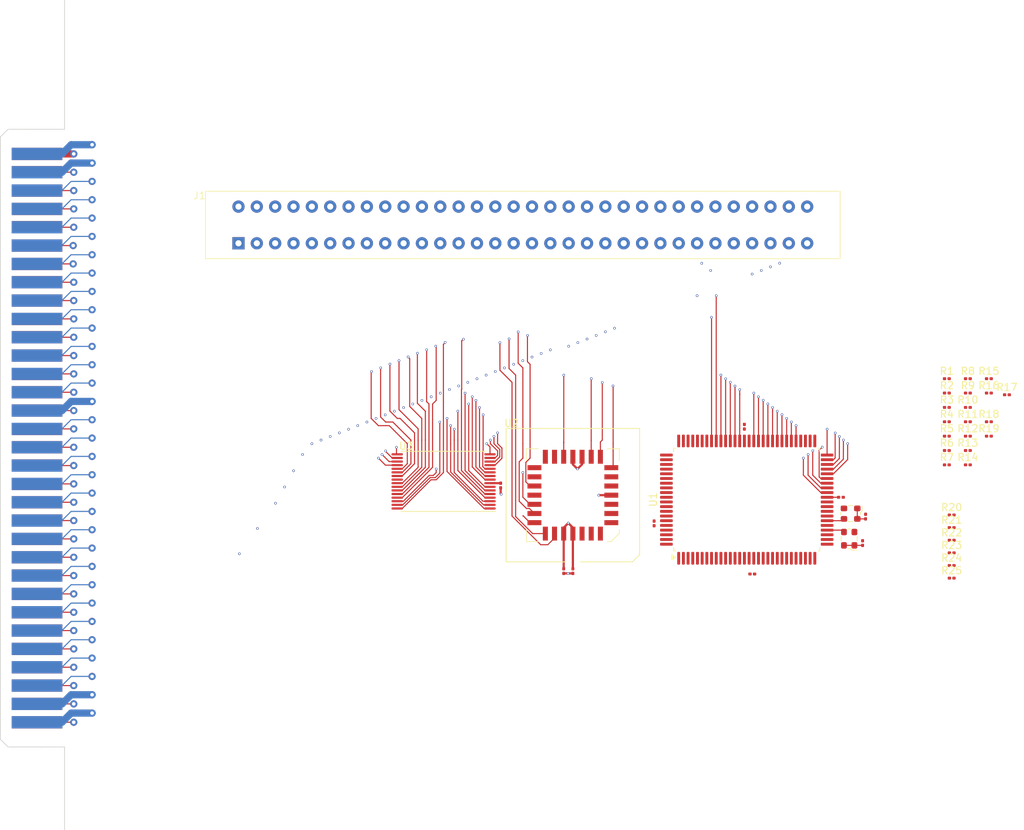
<source format=kicad_pcb>
(kicad_pcb (version 20240108) (generator "pcbnew") (generator_version "8.0")
  (layers (0 "F.Cu" signal "F.Cu (SMD)") (1 "In1.Cu" power "In1.Cu (GND)") (2 "In2.Cu" signal "In2.Cu (N-S)") (3 "In3.Cu" signal "In3.Cu. (E-W)") (4 "In4.Cu" power "In4.Cu (GND)") (31 "B.Cu" signal "B.Cu (MISC)") (34 "B.Paste" user) (35 "F.Paste" user) (36 "B.SilkS" user "B.Silkscreen") (37 "F.SilkS" user "F.Silkscreen") (38 "B.Mask" user) (39 "F.Mask" user) (44 "Edge.Cuts" user))
  (net 0 "")
  (net 1 "GND")
  (net 2 "+3.3V")
  (net 3 "/A1")
  (net 4 "/A3")
  (net 5 "/A5")
  (net 6 "/A7")
  (net 7 "/A9")
  (net 8 "/A11")
  (net 9 "/A13")
  (net 10 "/A15")
  (net 11 "/A17")
  (net 12 "/A19")
  (net 13 "/A21")
  (net 14 "/A23")
  (net 15 "/D1")
  (net 16 "/D3")
  (net 17 "/D5")
  (net 18 "/~{WR}")
  (net 19 "/~{RAM}1")
  (net 20 "/BE")
  (net 21 "/~{CS}7")
  (net 22 "/RUN")
  (net 23 "/~{IRQ}")
  (net 24 "/~{VIRQ}")
  (net 25 "/~{NMI}")
  (net 26 "/I2C_SCL")
  (net 27 "/I2C_SDA")
  (net 28 "/SNES_LATCH")
  (net 29 "/SNES_CLK")
  (net 30 "/PHI2")
  (net 31 "/~{RES}")
  (net 32 "/A0")
  (net 33 "/A2")
  (net 34 "/A4")
  (net 35 "/A6")
  (net 36 "/A8")
  (net 37 "/A10")
  (net 38 "/A12")
  (net 39 "/A14")
  (net 40 "/A16")
  (net 41 "/A18")
  (net 42 "/A20")
  (net 43 "/A22")
  (net 44 "/D0")
  (net 45 "/D2")
  (net 46 "/D4")
  (net 47 "/D6")
  (net 48 "/D7")
  (net 49 "/~{RD}")
  (net 50 "/~{ROM}1")
  (net 51 "/~{CS}6")
  (net 52 "/~{I{slash}O}1")
  (net 53 "/BA")
  (net 54 "/R{slash}~{W}")
  (net 55 "/~{I{slash}O}0")
  (net 56 "/SNES_DATA0")
  (net 57 "/SNES_DATA1")
  (net 58 "/SNES_DATA2")
  (net 59 "/SNES_DATA3")
  (net 61 "+5V")
  (net 62 "unconnected-(J2-Pin_b31-Padb31)")
  (net 63 "/~{CS}4")
  (net 64 "/~{CS}5")
  (net 65 "/~{FPGA_RESET}")
  (net 66 "/CDONE")
  (net 67 "/~{BOOT_SEL}")
  (net 68 "/FPGA_MISO")
  (net 69 "/BL1")
  (net 70 "/BL2")
  (net 71 "/RTS")
  (net 72 "/CTS")
  (net 73 "/~{SD_SS}")
  (net 74 "/BL3")
  (net 77 "/RXD")
  (net 78 "/TXD")
  (net 80 "/FCLK")
  (net 81 "/CLK")
  (net 83 "/FPGA_SCK")
  (net 84 "/~{FPGA_SS}")
  (net 87 "/FPGA_MOSI")
  (net 88 "/~{RAM}0")
  (net 89 "/~{ROM}0")
  (footprint "Resistor_SMD:R_0201_0603Metric" (layer "F.Cu") (at 275.615 126.965)
    (property "Reference" "R11")
    (property "Value" "3.3KΩ")
  )
  (footprint "Resistor_SMD:R_0201_0603Metric" (layer "F.Cu") (at 281.025 123.225)
    (property "Reference" "R17")
    (property "Value" "3.3KΩ")
  )
  (footprint "Resistor_SMD:R_0201_0603Metric" (layer "F.Cu") (at 275.615 132.935)
    (property "Reference" "R14")
    (property "Value" "3.3KΩ")
  )
  (footprint "Capacitor_SMD:C_0201_0603Metric" (layer "F.Cu") (at 220.925 147.650444 -90)
    (property "Reference" "C8" (hide yes))
    (property "Value" "100nF")
  )
  (footprint "Resistor_SMD:R_0201_0603Metric" (layer "F.Cu") (at 272.705 130.945)
    (property "Reference" "R6")
    (property "Value" "3.3KΩ")
  )
  (footprint "Resistor_SMD:R_0201_0603Metric" (layer "F.Cu") (at 273.375 139.875)
    (property "Reference" "R20")
    (property "Value" "3.3KΩ")
  )
  (footprint "Capacitor_SMD:C_0201_0603Metric" (layer "F.Cu") (at 232.17579 141.044055 -90)
    (property "Reference" "C1" (hide yes))
    (property "Value" "100nF")
  )
  (footprint "Resistor_SMD:R_0201_0603Metric" (layer "F.Cu") (at 275.615 130.945)
    (property "Reference" "R13")
    (property "Value" "3.3KΩ")
  )
  (footprint "Resistor_SMD:R_0201_0603Metric" (layer "F.Cu") (at 278.525 122.985)
    (property "Reference" "R16")
    (property "Value" "3.3KΩ")
  )
  (footprint "Capacitor_SMD:C_0201_0603Metric" (layer "F.Cu") (at 261.451687 140.097437 90)
    (property "Reference" "C5" (hide yes))
    (property "Value" "100nF")
  )
  (footprint "Capacitor_SMD:C_0201_0603Metric" (layer "F.Cu") (at 245.767691 148.055732)
    (property "Reference" "C4" (hide yes))
    (property "Value" "100nF")
  )
  (footprint "Resistor_SMD:R_0201_0603Metric" (layer "F.Cu") (at 272.705 124.975)
    (property "Reference" "R3")
    (property "Value" "3.3KΩ")
  )
  (footprint "Capacitor_SMD:C_0201_0603Metric" (layer "F.Cu") (at 210.926515 135.795 -90)
    (property "Reference" "C9" (hide yes))
    (property "Value" "100nF")
  )
  (footprint "Connector:Conn_Edge_2x32p_THT_2.54mm_5.08mm" (layer "F.Cu") (at 213.87 99.695)
    (property "Reference" "J1")
    (property "Value" "2x32 2.54mm Card Edge Connector" (hide yes))
  )
  (footprint "Resistor_SMD:R_0201_0603Metric" (layer "F.Cu") (at 273.375 143.375)
    (property "Reference" "R22")
    (property "Value" "3.3KΩ")
  )
  (footprint "Resistor_SMD:R_0201_0603Metric" (layer "F.Cu") (at 273.375 146.875)
    (property "Reference" "R24")
    (property "Value" "3.3KΩ")
  )
  (footprint "Capacitor_SMD:C_0201_0603Metric" (layer "F.Cu") (at 258.037677 137.423255)
    (property "Reference" "C3" (hide yes))
    (property "Value" "100nF")
  )
  (footprint "Resistor_SMD:R_0201_0603Metric" (layer "F.Cu") (at 272.705 120.995)
    (property "Reference" "R1")
    (property "Value" "3.3KΩ")
  )
  (footprint "Resistor_SMD:R_0201_0603Metric" (layer "F.Cu") (at 275.615 124.975)
    (property "Reference" "R10")
    (property "Value" "3.3KΩ")
  )
  (footprint "Capacitor_SMD:C_0201_0603Metric" (layer "F.Cu") (at 261.037295 143.767444 90)
    (property "Reference" "C6" (hide yes))
    (property "Value" "100nF")
  )
  (footprint "Resistor_SMD:R_0201_0603Metric" (layer "F.Cu") (at 275.615 120.995)
    (property "Reference" "R8")
    (property "Value" "3.3KΩ")
  )
  (footprint "Resistor_SMD:R_0201_0603Metric" (layer "F.Cu") (at 278.525 120.995)
    (property "Reference" "R15")
    (property "Value" "3.3KΩ")
  )
  (footprint "Capacitor_SMD:C_0201_0603Metric" (layer "F.Cu") (at 244.672588 127.648144 90)
    (property "Reference" "C2" (hide yes))
    (property "Value" "100nF")
  )
  (footprint "Resistor_SMD:R_0201_0603Metric" (layer "F.Cu") (at 272.705 126.965)
    (property "Reference" "R4")
    (property "Value" "3.3KΩ")
  )
  (footprint "Oscillator:Oscillator_SMD_ECS_2520MV-xxx-xx-4Pin_2.5x2.0mm" (layer "F.Cu") (at 259.184046 143.162444 180)
    (property "Reference" "X2" (hide yes))
    (property "Value" "KC2520Z8.00000C1KX00\n")
  )
  (footprint "Resistor_SMD:R_0201_0603Metric" (layer "F.Cu") (at 273.375 141.625)
    (property "Reference" "R21")
    (property "Value" "3.3KΩ")
  )
  (footprint "Connector:Conn_Edge_2x32_THT_2.54mm_Male" (layer "F.Cu") (at 146.735 130.4925 90)
    (property "Reference" "J2" (hide yes))
    (property "Value" "2x32 2.54mm Card Edge Connector" (hide yes))
    (fp_line (start 43 -5.08) (end 44.05758 -4.014303) (stroke (width 0.1)) (layer "Edge.Cuts"))
    (fp_line (start -40.46 -5.08) (end 43 -5.08) (stroke (width 0.1)) (layer "Edge.Cuts"))
    (fp_line (start -40.46 -5.08) (end -41.51758 -4.014303) (stroke (width 0.1)) (layer "Edge.Cuts"))
    (fp_line (start -41.51758 -4.014303) (end -41.520319 3.81) (stroke (width 0.1)) (layer "Edge.Cuts"))
    (fp_line (start 44.054841 3.81) (end 44.05758 -4.014303) (stroke (width 0.1)) (layer "Edge.Cuts"))
    (fp_line (start 44.054841 3.81) (end 44.45 3.81) (stroke (width 0.1)) (layer "Edge.Cuts"))
    (fp_line (start -41.520319 3.81) (end -41.91 3.81) (stroke (width 0.1)) (layer "Edge.Cuts"))
  )
  (footprint "Resistor_SMD:R_0201_0603Metric" (layer "F.Cu") (at 272.705 132.935)
    (property "Reference" "R7")
    (property "Value" "3.3KΩ")
  )
  (footprint "Resistor_SMD:R_0201_0603Metric" (layer "F.Cu") (at 278.525 128.955)
    (property "Reference" "R19")
    (property "Value" "3.3KΩ")
  )
  (footprint "Package_SO:TSOP-I-32_11.8x8mm_P0.5mm" (layer "F.Cu") (at 203.025 135.225 180)
    (property "Reference" "U3")
    (property "Value" "IS61C5128AS-25HLI")
  )
  (footprint "Package_QFP:PQFP-100_14x20mm_P0.65mm" (layer "F.Cu") (at 245 137.748255 90)
    (property "Reference" "U1")
    (property "Value" "W65C265S8QG-8")
  )
  (footprint "Oscillator:Oscillator_SMD_ECS_2520MV-xxx-xx-4Pin_2.5x2.0mm" (layer "F.Cu") (at 259.384046 139.692437 -90)
    (property "Reference" "X1" (hide yes))
    (property "Value" "520-327MVATX-2-CNTR3\n")
  )
  (footprint "Resistor_SMD:R_0201_0603Metric" (layer "F.Cu") (at 272.705 128.955)
    (property "Reference" "R5")
    (property "Value" "3.3KΩ")
  )
  (footprint "Resistor_SMD:R_0201_0603Metric" (layer "F.Cu") (at 273.375 148.625)
    (property "Reference" "R25")
    (property "Value" "3.3KΩ")
  )
  (footprint "Resistor_SMD:R_0201_0603Metric" (layer "F.Cu") (at 275.615 128.955)
    (property "Reference" "R12")
    (property "Value" "3.3KΩ")
  )
  (footprint "Resistor_SMD:R_0201_0603Metric" (layer "F.Cu") (at 272.705 122.985)
    (property "Reference" "R2")
    (property "Value" "3.3KΩ")
  )
  (footprint "Resistor_SMD:R_0201_0603Metric" (layer "F.Cu") (at 278.525 126.965)
    (property "Reference" "R18")
    (property "Value" "3.3KΩ")
  )
  (footprint "Resistor_SMD:R_0201_0603Metric" (layer "F.Cu") (at 273.375 145.125)
    (property "Reference" "R23")
    (property "Value" "3.3KΩ")
  )
  (footprint "Package_LCC:PLCC-28_SMD-Socket" (layer "F.Cu") (at 220.925001 137.132107 180)
    (property "Reference" "U2")
    (property "Value" "ATF22LV10C-10JU")
  )
  (footprint "Capacitor_SMD:C_0201_0603Metric" (layer "F.Cu") (at 219.655 147.650443 -90)
    (property "Reference" "C7" (hide yes))
    (property "Value" "100nF")
  )
  (footprint "Resistor_SMD:R_0201_0603Metric" (layer "F.Cu") (at 275.615 122.985)
    (property "Reference" "R9")
    (property "Value" "3.3KΩ")
  )
  (gr_line (start 150.545 86.0425) (end 150.545 68.58) (stroke (width 0.1)) (layer "Edge.Cuts"))
  (gr_line (start 150.545 172.4025) (end 150.545 183.515) (stroke (width 0.1)) (layer "Edge.Cuts"))
  (segment (start 220.925 147.970442) (end 220.265965 147.970442) (width 0.3) (layer "F.Cu") (net 1))
  (segment (start 210.926515 136.115) (end 210.926515 136.926515) (width 0.3) (layer "F.Cu") (net 1))
  (segment (start 220.265965 147.970442) (end 220.259597 147.976812) (width 0.3) (layer "F.Cu") (net 1))
  (segment (start 220.259597 147.976812) (end 220.253229 147.970444) (width 0.3) (layer "F.Cu") (net 1))
  (segment (start 220.925001 131.809607) (end 220.925001 132.865) (width 0.3) (layer "F.Cu") (net 1))
  (segment (start 222.195001 132.865) (end 221.560001 133.5) (width 0.3) (layer "F.Cu") (net 1))
  (segment (start 220.253229 147.970444) (end 219.655 147.970445) (width 0.3) (layer "F.Cu") (net 1))
  (segment (start 224.5 137.132107) (end 226.247501 137.132107) (width 0.3) (layer "F.Cu") (net 1))
  (segment (start 222.195001 131.809607) (end 222.195001 132.865) (width 0.3) (layer "F.Cu") (net 1))
  (segment (start 220.925001 132.865) (end 221.560001 133.5) (width 0.3) (layer "F.Cu") (net 1))
  (segment (start 211 137) (end 210.926515 136.926515) (width 0.3) (layer "F.Cu") (net 1))
  (via (at 211 137) (size 0.35) (drill 0.2) (layers "F.Cu" "B.Cu") (net 1))
  (via (at 221.560001 133.5) (size 0.35) (drill 0.2) (layers "F.Cu" "B.Cu") (net 1))
  (via (at 224.5 137.132107) (size 0.35) (drill 0.2) (layers "F.Cu" "B.Cu") (net 1))
  (via (at 220.259597 147.976812) (size 0.35) (drill 0.2) (layers "F.Cu" "B.Cu") (net 1))
  (segment (start 151.458654 124.1425) (end 154.355 124.1425) (width 1) (layer "B.Cu") (net 1))
  (segment (start 146.735 168.5925) (end 150.188654 168.5925) (width 1) (layer "B.Cu") (net 1))
  (segment (start 146.735 89.8525) (end 150.188654 89.8525) (width 1) (layer "B.Cu") (net 1))
  (segment (start 151.458654 167.3225) (end 154.355 167.3225) (width 1) (layer "B.Cu") (net 1))
  (segment (start 150.188654 168.5925) (end 151.458654 167.3225) (width 1) (layer "B.Cu") (net 1))
  (segment (start 146.735 125.4125) (end 150.188654 125.4125) (width 1) (layer "B.Cu") (net 1))
  (segment (start 151.458654 88.5825) (end 154.355 88.5825) (width 1) (layer "B.Cu") (net 1))
  (segment (start 150.188654 89.8525) (end 151.458654 88.5825) (width 1) (layer "B.Cu") (net 1))
  (segment (start 150.188654 125.4125) (end 151.458654 124.1425) (width 1) (layer "B.Cu") (net 1))
  (segment (start 260.309046 138.967437) (end 260.309046 140.417437) (width 0.15) (layer "F.Cu") (net 2))
  (segment (start 219.655 147.330444) (end 219.655 142.454607) (width 0.3) (layer "F.Cu") (net 2))
  (segment (start 259.909046 144.087444) (end 261.037295 144.087444) (width 0.15) (layer "F.Cu") (net 2))
  (segment (start 220.29 141) (end 219.655001 141.634999) (width 0.3) (layer "F.Cu") (net 2))
  (segment (start 220.29 141) (end 220.925001 141.635001) (width 0.3) (layer "F.Cu") (net 2))
  (segment (start 258.459046 144.087444) (end 259.909046 144.087444) (width 0.15) (layer "F.Cu") (net 2))
  (segment (start 209.45 135.475) (end 210.918115 135.475) (width 0.3) (layer "F.Cu") (net 2))
  (segment (start 219.655001 141.634999) (end 219.655001 142.454607) (width 0.3) (layer "F.Cu") (net 2))
  (segment (start 256.125 137.423255) (end 257.717677 137.423255) (width 0.15) (layer "F.Cu") (net 2))
  (segment (start 260.309046 140.417437) (end 261.451687 140.417437) (width 0.15) (layer "F.Cu") (net 2))
  (segment (start 220.925001 141.635001) (end 220.925001 142.454607) (width 0.3) (layer "F.Cu") (net 2))
  (segment (start 220.925001 142.454607) (end 220.925 147.330444) (width 0.3) (layer "F.Cu") (net 2))
  (segment (start 210.918115 135.475) (end 210.926515 135.4666) (width 0.3) (layer "F.Cu") (net 2))
  (via (at 220.29 141) (size 0.35) (drill 0.2) (layers "F.Cu" "B.Cu") (net 2))
  (segment (start 146.735 92.3925) (end 150.1775 92.3925) (width 1) (layer "B.Cu") (net 2))
  (segment (start 150.188654 166.0525) (end 151.458654 164.7825) (width 1) (layer "B.Cu") (net 2))
  (segment (start 151.4475 91.1225) (end 154.355 91.1225) (width 1) (layer "B.Cu") (net 2))
  (segment (start 151.458654 164.7825) (end 154.355 164.7825) (width 1) (layer "B.Cu") (net 2))
  (segment (start 146.735 166.0525) (end 150.188654 166.0525) (width 1) (layer "B.Cu") (net 2))
  (segment (start 150.1775 92.3925) (end 151.4475 91.1225) (width 1) (layer "B.Cu") (net 2))
  (segment (start 256.125 136.123255) (end 255.250001 136.123255) (width 0.15) (layer "F.Cu") (net 3))
  (segment (start 255.250001 136.123255) (end 253.492248 134.365502) (width 0.15) (layer "F.Cu") (net 3))
  (segment (start 196.6 132.475) (end 195.475 132.475) (width 0.15) (layer "F.Cu") (net 3))
  (segment (start 253.492248 134.365502) (end 253.492248 131.501311) (width 0.15) (layer "F.Cu") (net 3))
  (segment (start 195.475 132.475) (end 194.5 131.5) (width 0.15) (layer "F.Cu") (net 3))
  (via (at 181 136) (size 0.35) (drill 0.2) (layers "F.Cu" "B.Cu") (net 3))
  (via (at 194.5 131.5) (size 0.35) (drill 0.2) (layers "F.Cu" "B.Cu") (net 3))
  (via (at 253.501352 131.504456) (size 0.35) (drill 0.2) (layers "F.Cu" "B.Cu") (net 3))
  (segment (start 150.1775 163.5125) (end 146.735 163.5125) (width 0.15) (layer "B.Cu") (net 3))
  (segment (start 151.4475 162.2425) (end 150.1775 163.5125) (width 0.15) (layer "B.Cu") (net 3))
  (segment (start 154.355 162.2425) (end 151.4475 162.2425) (width 0.15) (layer "B.Cu") (net 3))
  (segment (start 256.125 134.823255) (end 255.250001 134.823255) (width 0.15) (layer "F.Cu") (net 4))
  (segment (start 255.025 134.598254) (end 255.025 130.904654) (width 0.15) (layer "F.Cu") (net 4))
  (segment (start 196.6 131.475) (end 196.5 131.375) (width 0.15) (layer "F.Cu") (net 4))
  (segment (start 255.250001 134.823255) (end 255.025 134.598254) (width 0.15) (layer "F.Cu") (net 4))
  (segment (start 255.025 130.904654) (end 255.432192 130.497462) (width 0.15) (layer "F.Cu") (net 4))
  (segment (start 196.5 131.375) (end 196.5 130.5) (width 0.15) (layer "F.Cu") (net 4))
  (via (at 183.5 131.5) (size 0.35) (drill 0.2) (layers "F.Cu" "B.Cu") (net 4))
  (via (at 255.451821 130.479134) (size 0.35) (drill 0.2) (layers "F.Cu" "B.Cu") (net 4))
  (via (at 196.5 130.5) (size 0.35) (drill 0.2) (layers "F.Cu" "B.Cu") (net 4))
  (segment (start 154.355 159.7025) (end 151.4475 159.7025) (width 0.15) (layer "B.Cu") (net 4))
  (segment (start 150.1775 160.9725) (end 146.735 160.9725) (width 0.15) (layer "B.Cu") (net 4))
  (segment (start 151.4475 159.7025) (end 150.1775 160.9725) (width 0.15) (layer "B.Cu") (net 4))
  (segment (start 210.149264 131.975) (end 210.5 131.624264) (width 0.15) (layer "F.Cu") (net 5))
  (segment (start 210.5 131) (end 209.5 130) (width 0.15) (layer "F.Cu") (net 5))
  (segment (start 209.45 131.975) (end 210.149264 131.975) (width 0.15) (layer "F.Cu") (net 5))
  (segment (start 258.375054 132.1482) (end 258.3873 129.497447) (width 0.15) (layer "F.Cu") (net 5))
  (segment (start 256.999999 133.523255) (end 258.375054 132.1482) (width 0.15) (layer "F.Cu") (net 5))
  (segment (start 258.3873 129.497447) (end 258.375054 129.489322) (width 0.15) (layer "F.Cu") (net 5))
  (segment (start 210.5 131.624264) (end 210.5 131) (width 0.15) (layer "F.Cu") (net 5))
  (segment (start 209.5 130) (end 209.5 129.5) (width 0.15) (layer "F.Cu") (net 5))
  (segment (start 256.125 133.523255) (end 256.999999 133.523255) (width 0.15) (layer "F.Cu") (net 5))
  (via (at 186.055 129.5) (size 0.35) (drill 0.2) (layers "F.Cu" "B.Cu") (net 5))
  (via (at 258.3873 129.497447) (size 0.35) (drill 0.2) (layers "F.Cu" "B.Cu") (net 5))
  (via (at 209.5 129.5) (size 0.35) (drill 0.2) (layers "F.Cu" "B.Cu") (net 5))
  (segment (start 154.355 157.1625) (end 151.4475 157.1625) (width 0.15) (layer "B.Cu") (net 5))
  (segment (start 151.4475 157.1625) (end 150.1775 158.4325) (width 0.15) (layer "B.Cu") (net 5))
  (segment (start 150.1775 158.4325) (end 146.735 158.4325) (width 0.15) (layer "B.Cu") (net 5))
  (segment (start 256.999999 132.223255) (end 257.240505 131.982749) (width 0.15) (layer "F.Cu") (net 6))
  (segment (start 257.240505 128.513331) (end 257.240505 128.498387) (width 0.15) (layer "F.Cu") (net 6))
  (segment (start 209.45 132.975) (end 210.149264 132.975) (width 0.15) (layer "F.Cu") (net 6))
  (segment (start 211.1 132.024264) (end 211.1 130.6) (width 0.15) (layer "F.Cu") (net 6))
  (segment (start 257.240505 131.982749) (end 257.240505 128.529411) (width 0.15) (layer "F.Cu") (net 6))
  (segment (start 210.149264 132.975) (end 211.1 132.024264) (width 0.15) (layer "F.Cu") (net 6))
  (segment (start 257.240505 128.529411) (end 257.248545 128.521371) (width 0.15) (layer "F.Cu") (net 6))
  (segment (start 256.125 132.223255) (end 256.999999 132.223255) (width 0.15) (layer "F.Cu") (net 6))
  (segment (start 210.5 130) (end 210.5 129.5) (width 0.15) (layer "F.Cu") (net 6))
  (segment (start 211.1 130.6) (end 210.5 130) (width 0.15) (layer "F.Cu") (net 6))
  (segment (start 210.5 129.5) (end 210.5 128.5) (width 0.15) (layer "F.Cu") (net 6))
  (segment (start 257.248545 128.521371) (end 257.240505 128.513331) (width 0.15) (layer "F.Cu") (net 6))
  (via (at 188.595 128.5) (size 0.35) (drill 0.2) (layers "F.Cu" "B.Cu") (net 6))
  (via (at 210.5 128.5) (size 0.35) (drill 0.2) (layers "F.Cu" "B.Cu") (net 6))
  (via (at 257.248545 128.521371) (size 0.35) (drill 0.2) (layers "F.Cu" "B.Cu") (net 6))
  (segment (start 151.4475 154.6225) (end 150.1775 155.8925) (width 0.15) (layer "B.Cu") (net 6))
  (segment (start 150.1775 155.8925) (end 146.735 155.8925) (width 0.15) (layer "B.Cu") (net 6))
  (segment (start 154.355 154.6225) (end 151.4475 154.6225) (width 0.15) (layer "B.Cu") (net 6))
  (segment (start 251.827313 127.496541) (end 251.827372 127.496541) (width 0.15) (layer "F.Cu") (net 7))
  (segment (start 251.827372 127.496541) (end 251.827372 127.496482) (width 0.15) (layer "F.Cu") (net 7))
  (segment (start 209.45 138.475) (end 208.550736 138.475) (width 0.15) (layer "F.Cu") (net 7))
  (segment (start 251.825 127.498854) (end 251.827313 127.496541) (width 0.15) (layer "F.Cu") (net 7))
  (segment (start 204 130) (end 204 129.5) (width 0.15) (layer "F.Cu") (net 7))
  (segment (start 204 133.924264) (end 204 130) (width 0.15) (layer "F.Cu") (net 7))
  (segment (start 204 129.5) (end 204 127.5) (width 0.15) (layer "F.Cu") (net 7))
  (segment (start 251.825 129.623255) (end 251.825 127.498854) (width 0.15) (layer "F.Cu") (net 7))
  (segment (start 208.550736 138.475) (end 204 133.924264) (width 0.15) (layer "F.Cu") (net 7))
  (segment (start 251.827372 127.496482) (end 251.825177 127.498677) (width 0.15) (layer "F.Cu") (net 7))
  (via (at 204 127.5) (size 0.35) (drill 0.2) (layers "F.Cu" "B.Cu") (net 7))
  (via (at 251.827372 127.496541) (size 0.35) (drill 0.2) (layers "F.Cu" "B.Cu") (net 7))
  (via (at 191.135 127.5) (size 0.35) (drill 0.2) (layers "F.Cu" "B.Cu") (net 7))
  (segment (start 150.1775 153.3525) (end 146.735 153.3525) (width 0.15) (layer "B.Cu") (net 7))
  (segment (start 151.4475 152.0825) (end 150.1775 153.3525) (width 0.15) (layer "B.Cu") (net 7))
  (segment (start 154.355 152.0825) (end 151.4475 152.0825) (width 0.15) (layer "B.Cu") (net 7))
  (segment (start 250.525 129.623255) (end 250.525 126.501054) (width 0.15) (layer "F.Cu") (net 8))
  (segment (start 209.45 138.975) (end 208.626472 138.975) (width 0.15) (layer "F.Cu") (net 8))
  (segment (start 203.5 133.848528) (end 203.5 129.5) (width 0.15) (layer "F.Cu") (net 8))
  (segment (start 208.626472 138.975) (end 203.5 133.848528) (width 0.15) (layer "F.Cu") (net 8))
  (segment (start 203.5 129.5) (end 203.5 126.5) (width 0.15) (layer "F.Cu") (net 8))
  (segment (start 250.525 126.501054) (end 250.524768 126.500822) (width 0.15) (layer "F.Cu") (net 8))
  (via (at 193.674999 126.5) (size 0.35) (drill 0.2) (layers "F.Cu" "B.Cu") (net 8))
  (via (at 250.520423 126.497834) (size 0.35) (drill 0.2) (layers "F.Cu" "B.Cu") (net 8))
  (via (at 203.5 126.5) (size 0.35) (drill 0.2) (layers "F.Cu" "B.Cu") (net 8))
  (segment (start 151.4475 149.5425) (end 150.1775 150.8125) (width 0.15) (layer "B.Cu") (net 8))
  (segment (start 150.1775 150.8125) (end 146.735 150.8125) (width 0.15) (layer "B.Cu") (net 8))
  (segment (start 154.355 149.5425) (end 151.4475 149.5425) (width 0.15) (layer "B.Cu") (net 8))
  (segment (start 205 129.5) (end 205 125.5) (width 0.15) (layer "F.Cu") (net 9))
  (segment (start 249.225 125.500539) (end 249.224894 125.500433) (width 0.15) (layer "F.Cu") (net 9))
  (segment (start 208.750736 137.475) (end 205 133.724264) (width 0.15) (layer "F.Cu") (net 9))
  (segment (start 205 133.724264) (end 205 129.5) (width 0.15) (layer "F.Cu") (net 9))
  (segment (start 249.225 125.50815) (end 249.225803 125.507347) (width 0.15) (layer "F.Cu") (net 9))
  (segment (start 209.45 137.475) (end 208.750736 137.475) (width 0.15) (layer "F.Cu") (net 9))
  (segment (start 249.225 125.506544) (end 249.225 125.500539) (width 0.15) (layer "F.Cu") (net 9))
  (segment (start 249.225803 125.507347) (end 249.225 125.506544) (width 0.15) (layer "F.Cu") (net 9))
  (segment (start 249.225 129.623255) (end 249.225 125.50815) (width 0.15) (layer "F.Cu") (net 9))
  (via (at 205 125.5) (size 0.35) (drill 0.2) (layers "F.Cu" "B.Cu") (net 9))
  (via (at 196.214999 125.5) (size 0.35) (drill 0.2) (layers "F.Cu" "B.Cu") (net 9))
  (via (at 249.225803 125.507347) (size 0.35) (drill 0.2) (layers "F.Cu" "B.Cu") (net 9))
  (segment (start 154.355 147.0025) (end 151.4475 147.0025) (width 0.15) (layer "B.Cu") (net 9))
  (segment (start 150.1775 148.2725) (end 146.735 148.2725) (width 0.15) (layer "B.Cu") (net 9))
  (segment (start 151.4475 147.0025) (end 150.1775 148.2725) (width 0.15) (layer "B.Cu") (net 9))
  (segment (start 247.936647 124.488091) (end 247.925889 124.498849) (width 0.15) (layer "F.Cu") (net 10))
  (segment (start 247.922963 124.488091) (end 247.936647 124.488091) (width 0.15) (layer "F.Cu") (net 10))
  (segment (start 247.925 124.499738) (end 247.922963 124.501775) (width 0.15) (layer "F.Cu") (net 10))
  (segment (start 206.5 133.724264) (end 206.5 124.5) (width 0.15) (layer "F.Cu") (net 10))
  (segment (start 247.922963 124.501775) (end 247.922963 124.488091) (width 0.15) (layer "F.Cu") (net 10))
  (segment (start 208.750736 135.975) (end 206.5 133.724264) (width 0.15) (layer "F.Cu") (net 10))
  (segment (start 247.925 129.623255) (end 247.925 124.499738) (width 0.15) (layer "F.Cu") (net 10))
  (segment (start 209.45 135.975) (end 208.750736 135.975) (width 0.15) (layer "F.Cu") (net 10))
  (via (at 206.5 124.5) (size 0.35) (drill 0.2) (layers "F.Cu" "B.Cu") (net 10))
  (via (at 247.922963 124.488091) (size 0.35) (drill 0.2) (layers "F.Cu" "B.Cu") (net 10))
  (via (at 198.754999 124.5) (size 0.35) (drill 0.2) (layers "F.Cu" "B.Cu") (net 10))
  (segment (start 151.4475 144.4625) (end 150.1775 145.7325) (width 0.15) (layer "B.Cu") (net 10))
  (segment (start 154.355 144.4625) (end 151.4475 144.4625) (width 0.15) (layer "B.Cu") (net 10))
  (segment (start 150.1775 145.7325) (end 146.735 145.7325) (width 0.15) (layer "B.Cu") (net 10))
  (segment (start 207 133.224264) (end 207 123.5) (width 0.15) (layer "F.Cu") (net 11))
  (segment (start 208.750736 134.975) (end 207 133.224264) (width 0.15) (layer "F.Cu") (net 11))
  (segment (start 209.45 134.975) (end 208.750736 134.975) (width 0.15) (layer "F.Cu") (net 11))
  (segment (start 246.625 129.623255) (end 246.625 123.50821) (width 0.15) (layer "F.Cu") (net 11))
  (via (at 201.307273 123.5) (size 0.35) (drill 0.2) (layers "F.Cu" "B.Cu") (net 11))
  (via (at 207 123.5) (size 0.35) (drill 0.2) (layers "F.Cu" "B.Cu") (net 11))
  (via (at 246.623546 123.499883) (size 0.35) (drill 0.2) (layers "F.Cu" "B.Cu") (net 11))
  (segment (start 151.4475 141.9225) (end 150.1775 143.1925) (width 0.15) (layer "B.Cu") (net 11))
  (segment (start 154.355 141.9225) (end 151.4475 141.9225) (width 0.15) (layer "B.Cu") (net 11))
  (segment (start 150.1775 143.1925) (end 146.735 143.1925) (width 0.15) (layer "B.Cu") (net 11))
  (segment (start 244.025 129.623255) (end 244.025 123.16047) (width 0.15) (layer "F.Cu") (net 12))
  (segment (start 244.025 123.16047) (end 244.027308 123.158162) (width 0.15) (layer "F.Cu") (net 12))
  (segment (start 226.247501 134.592107) (end 226.860001 134.592107) (width 0.15) (layer "F.Cu") (net 12))
  (segment (start 244.027308 123.158162) (end 244.027308 122.508162) (width 0.15) (layer "F.Cu") (net 12))
  (via (at 203.834999 122.5) (size 0.35) (drill 0.2) (layers "F.Cu" "B.Cu") (net 12))
  (via (at 244.027308 122.508162) (size 0.35) (drill 0.2) (layers "F.Cu" "B.Cu") (net 12))
  (segment (start 154.355 139.3825) (end 151.4475 139.3825) (width 0.15) (layer "B.Cu") (net 12))
  (segment (start 151.4475 139.3825) (end 150.1775 140.6525) (width 0.15) (layer "B.Cu") (net 12))
  (segment (start 150.1775 140.6525) (end 146.735 140.6525) (width 0.15) (layer "B.Cu") (net 12))
  (segment (start 224.99645 121.524033) (end 225 121.520483) (width 0.15) (layer "F.Cu") (net 13))
  (segment (start 224.735001 131.809607) (end 224.735001 129.764999) (width 0.15) (layer "F.Cu") (net 13))
  (segment (start 224.735001 129.764999) (end 225 129.5) (width 0.15) (layer "F.Cu") (net 13))
  (segment (start 242.725 129.623255) (end 242.725 121.501989) (width 0.15) (layer "F.Cu") (net 13))
  (segment (start 242.725 121.501989) (end 242.725592 121.501397) (width 0.15) (layer "F.Cu") (net 13))
  (segment (start 225 121.527583) (end 224.99645 121.524033) (width 0.15) (layer "F.Cu") (net 13))
  (segment (start 225 129.5) (end 225 121.527583) (width 0.15) (layer "F.Cu") (net 13))
  (segment (start 225 121.520483) (end 225 121.5) (width 0.15) (layer "F.Cu") (net 13))
  (via (at 224.99645 121.524033) (size 0.35) (drill 0.2) (layers "F.Cu" "B.Cu") (net 13))
  (via (at 206.374999 121.5) (size 0.35) (drill 0.2) (layers "F.Cu" "B.Cu") (net 13))
  (via (at 242.720548 121.493832) (size 0.35) (drill 0.2) (layers "F.Cu" "B.Cu") (net 13))
  (segment (start 151.4475 136.8425) (end 150.1775 138.1125) (width 0.15) (layer "B.Cu") (net 13))
  (segment (start 150.1775 138.1125) (end 146.735 138.1125) (width 0.15) (layer "B.Cu") (net 13))
  (segment (start 154.355 136.8425) (end 151.4475 136.8425) (width 0.15) (layer "B.Cu") (net 13))
  (segment (start 219.655001 131.809607) (end 219.655001 129.844999) (width 0.15) (layer "F.Cu") (net 14))
  (segment (start 219.661363 129.838637) (end 219.661363 120.542591) (width 0.15) (layer "F.Cu") (net 14))
  (segment (start 219.655001 129.844999) (end 219.661363 129.838637) (width 0.15) (layer "F.Cu") (net 14))
  (segment (start 241.425 129.623255) (end 241.425 120.506585) (width 0.15) (layer "F.Cu") (net 14))
  (segment (start 241.425 120.506585) (end 241.42497 120.506555) (width 0.15) (layer "F.Cu") (net 14))
  (via (at 241.418742 120.494099) (size 0.35) (drill 0.2) (layers "F.Cu" "B.Cu") (net 14))
  (via (at 219.664026 120.507627) (size 0.35) (drill 0.2) (layers "F.Cu" "B.Cu") (net 14))
  (via (at 208.914999 120.5) (size 0.35) (drill 0.2) (layers "F.Cu" "B.Cu") (net 14))
  (segment (start 150.1775 135.5725) (end 146.735 135.5725) (width 0.15) (layer "B.Cu") (net 14))
  (segment (start 151.4475 134.3025) (end 150.1775 135.5725) (width 0.15) (layer "B.Cu") (net 14))
  (segment (start 154.355 134.3025) (end 151.4475 134.3025) (width 0.15) (layer "B.Cu") (net 14))
  (segment (start 196 127) (end 195 127) (width 0.15) (layer "F.Cu") (net 15))
  (segment (start 198.5 129.5) (end 196 127) (width 0.15) (layer "F.Cu") (net 15))
  (segment (start 197.299264 133.975) (end 198.5 132.774264) (width 0.15) (layer "F.Cu") (net 15))
  (segment (start 198.5 132.774264) (end 198.5 129.5) (width 0.15) (layer "F.Cu") (net 15))
  (segment (start 194.30252 126.30252) (end 194.30252 119.48914) (width 0.15) (layer "F.Cu") (net 15))
  (segment (start 196.6 133.975) (end 197.299264 133.975) (width 0.15) (layer "F.Cu") (net 15))
  (segment (start 195 127) (end 194.30252 126.30252) (width 0.15) (layer "F.Cu") (net 15))
  (via (at 211.454999 119.5) (size 0.35) (drill 0.2) (layers "F.Cu" "B.Cu") (net 15))
  (via (at 194.313266 119.4972) (size 0.35) (drill 0.2) (layers "F.Cu" "B.Cu") (net 15))
  (segment (start 154.355 131.7625) (end 151.4475 131.7625) (width 0.15) (layer "B.Cu") (net 15))
  (segment (start 150.1775 133.0325) (end 146.735 133.0325) (width 0.15) (layer "B.Cu") (net 15))
  (segment (start 151.4475 131.7625) (end 150.1775 133.0325) (width 0.15) (layer "B.Cu") (net 15))
  (segment (start 199.5 133.274264) (end 199.5 129.5) (width 0.15) (layer "F.Cu") (net 16))
  (segment (start 196.6 135.475) (end 197.299264 135.475) (width 0.15) (layer "F.Cu") (net 16))
  (segment (start 196.852974 125.287119) (end 196.852974 118.5) (width 0.15) (layer "F.Cu") (net 16))
  (segment (start 199.5 127.934145) (end 197.088016 125.522161) (width 0.15) (layer "F.Cu") (net 16))
  (segment (start 199.5 129.5) (end 199.5 127.934145) (width 0.15) (layer "F.Cu") (net 16))
  (segment (start 197.088016 125.522161) (end 196.852974 125.287119) (width 0.15) (layer "F.Cu") (net 16))
  (segment (start 197.299264 135.475) (end 199.5 133.274264) (width 0.15) (layer "F.Cu") (net 16))
  (via (at 196.848493 118.49531) (size 0.35) (drill 0.2) (layers "F.Cu" "B.Cu") (net 16))
  (via (at 213.994999 118.5) (size 0.35) (drill 0.2) (layers "F.Cu" "B.Cu") (net 16))
  (segment (start 154.355 129.2225) (end 151.4475 129.2225) (width 0.15) (layer "B.Cu") (net 16))
  (segment (start 150.1775 130.4925) (end 146.735 130.4925) (width 0.15) (layer "B.Cu") (net 16))
  (segment (start 151.4475 129.2225) (end 150.1775 130.4925) (width 0.15) (layer "B.Cu") (net 16))
  (segment (start 200.5 129.5) (end 200.5 125.5) (width 0.15) (layer "F.Cu") (net 17))
  (segment (start 199.396684 124.396684) (end 199.396684 117.510767) (width 0.15) (layer "F.Cu") (net 17))
  (segment (start 200 125) (end 199.396684 124.396684) (width 0.15) (layer "F.Cu") (net 17))
  (segment (start 200.5 133.274264) (end 200.5 129.5) (width 0.15) (layer "F.Cu") (net 17))
  (segment (start 200.5 125.5) (end 200 125) (width 0.15) (layer "F.Cu") (net 17))
  (segment (start 197.299264 136.475) (end 200.5 133.274264) (width 0.15) (layer "F.Cu") (net 17))
  (segment (start 196.6 136.475) (end 197.299264 136.475) (width 0.15) (layer "F.Cu") (net 17))
  (via (at 199.401268 117.474093) (size 0.35) (drill 0.2) (layers "F.Cu" "B.Cu") (net 17))
  (via (at 216.534999 117.5) (size 0.35) (drill 0.2) (layers "F.Cu" "B.Cu") (net 17))
  (segment (start 150.1775 127.9525) (end 146.735 127.9525) (width 0.15) (layer "B.Cu") (net 17))
  (segment (start 154.355 126.6825) (end 151.4475 126.6825) (width 0.15) (layer "B.Cu") (net 17))
  (segment (start 151.4475 126.6825) (end 150.1775 127.9525) (width 0.15) (layer "B.Cu") (net 17))
  (segment (start 197.299264 138.975) (end 201.274264 135) (width 0.15) (layer "F.Cu") (net 18))
  (segment (start 218.385001 142.454607) (end 218.385001 143.067107) (width 0.15) (layer "F.Cu") (net 18))
  (segment (start 201.274264 135) (end 202 135) (width 0.15) (layer "F.Cu") (net 18))
  (segment (start 210.828325 119.828325) (end 210.822081 116.006404) (width 0.15) (layer "F.Cu") (net 18))
  (segment (start 202 135) (end 203 134) (width 0.15) (layer "F.Cu") (net 18))
  (segment (start 217.452108 144) (end 216.47363 144) (width 0.15) (layer "F.Cu") (net 18))
  (segment (start 212.5 140.02637) (end 212.5 121.5) (width 0.15) (layer "F.Cu") (net 18))
  (segment (start 203 134) (end 203 116.238075) (width 0.15) (layer "F.Cu") (net 18))
  (segment (start 218.385001 143.067107) (end 217.452108 144) (width 0.15) (layer "F.Cu") (net 18))
  (segment (start 212.5 121.5) (end 210.828325 119.828325) (width 0.15) (layer "F.Cu") (net 18))
  (segment (start 210.822081 116.006404) (end 210.828325 116.003984) (width 0.15) (layer "F.Cu") (net 18))
  (segment (start 196.6 138.975) (end 197.299264 138.975) (width 0.15) (layer "F.Cu") (net 18))
  (segment (start 203 116.238075) (end 203.228314 116.009761) (width 0.15) (layer "F.Cu") (net 18))
  (segment (start 216.47363 144) (end 212.5 140.02637) (width 0.15) (layer "F.Cu") (net 18))
  (via (at 210.822081 116.006404) (size 0.35) (drill 0.2) (layers "F.Cu" "B.Cu") (net 18))
  (via (at 221.614999 116) (size 0.35) (drill 0.2) (layers "F.Cu" "B.Cu") (net 18))
  (via (at 203.237084 115.965763) (size 0.35) (drill 0.2) (layers "F.Cu" "B.Cu") (net 18))
  (segment (start 150.1775 122.8725) (end 146.735 122.8725) (width 0.15) (layer "B.Cu") (net 18))
  (segment (start 154.355 121.6025) (end 151.4475 121.6025) (width 0.15) (layer "B.Cu") (net 18))
  (segment (start 151.4475 121.6025) (end 150.1775 122.8725) (width 0.15) (layer "B.Cu") (net 18))
  (segment (start 214.415001 135.287107) (end 214.415001 132.584999) (width 0.15) (layer "F.Cu") (net 19))
  (segment (start 215.602501 135.862107) (end 214.990001 135.862107) (width 0.15) (layer "F.Cu") (net 19))
  (segment (start 214.415001 132.584999) (end 215 132) (width 0.15) (layer "F.Cu") (net 19))
  (segment (start 214.636625 118.636625) (end 214.636625 114.997855) (width 0.15) (layer "F.Cu") (net 19))
  (segment (start 215 130) (end 215 119) (width 0.15) (layer "F.Cu") (net 19))
  (segment (start 215 132) (end 215 130) (width 0.15) (layer "F.Cu") (net 19))
  (segment (start 215 119) (end 214.636625 118.636625) (width 0.15) (layer "F.Cu") (net 19))
  (segment (start 214.990001 135.862107) (end 214.415001 135.287107) (width 0.15) (layer "F.Cu") (net 19))
  (via (at 214.652156 115.005671) (size 0.35) (drill 0.2) (layers "F.Cu" "B.Cu") (net 19))
  (via (at 224.154999 115) (size 0.35) (drill 0.2) (layers "F.Cu" "B.Cu") (net 19))
  (segment (start 151.4475 119.0625) (end 150.1775 120.3325) (width 0.15) (layer "B.Cu") (net 19))
  (segment (start 154.355 119.0625) (end 151.4475 119.0625) (width 0.15) (layer "B.Cu") (net 19))
  (segment (start 150.1775 120.3325) (end 146.735 120.3325) (width 0.15) (layer "B.Cu") (net 19))
  (via (at 226.694999 114) (size 0.35) (drill 0.2) (layers "F.Cu" "B.Cu") (net 20))
  (segment (start 150.1775 117.7925) (end 146.735 117.7925) (width 0.15) (layer "B.Cu") (net 20))
  (segment (start 154.355 116.5225) (end 151.4475 116.5225) (width 0.15) (layer "B.Cu") (net 20))
  (segment (start 151.4475 116.5225) (end 150.1775 117.7925) (width 0.15) (layer "B.Cu") (net 20))
  (segment (start 150.1775 115.2525) (end 146.735 115.2525) (width 0.15) (layer "B.Cu") (net 21))
  (segment (start 151.4475 113.9825) (end 150.1775 115.2525) (width 0.15) (layer "B.Cu") (net 21))
  (segment (start 154.355 113.9825) (end 151.4475 113.9825) (width 0.15) (layer "B.Cu") (net 21))
  (segment (start 151.4475 111.4425) (end 150.1775 112.7125) (width 0.15) (layer "B.Cu") (net 22))
  (segment (start 154.355 111.4425) (end 151.4475 111.4425) (width 0.15) (layer "B.Cu") (net 22))
  (segment (start 150.1775 112.7125) (end 146.735 112.7125) (width 0.15) (layer "B.Cu") (net 22))
  (segment (start 150.1775 110.1725) (end 146.735 110.1725) (width 0.15) (layer "B.Cu") (net 23))
  (segment (start 154.355 108.9025) (end 151.4475 108.9025) (width 0.15) (layer "B.Cu") (net 23))
  (segment (start 151.4475 108.9025) (end 150.1775 110.1725) (width 0.15) (layer "B.Cu") (net 23))
  (segment (start 151.4475 106.3625) (end 150.1775 107.6325) (width 0.15) (layer "B.Cu") (net 24))
  (segment (start 154.355 106.3625) (end 151.4475 106.3625) (width 0.15) (layer "B.Cu") (net 24))
  (segment (start 150.1775 107.6325) (end 146.735 107.6325) (width 0.15) (layer "B.Cu") (net 24))
  (segment (start 151.4475 103.8225) (end 150.1775 105.0925) (width 0.15) (layer "B.Cu") (net 25))
  (segment (start 154.355 103.8225) (end 151.4475 103.8225) (width 0.15) (layer "B.Cu") (net 25))
  (segment (start 150.1775 105.0925) (end 146.735 105.0925) (width 0.15) (layer "B.Cu") (net 25))
  (segment (start 154.355 101.2825) (end 151.4475 101.2825) (width 0.15) (layer "B.Cu") (net 26))
  (segment (start 150.1775 102.5525) (end 146.735 102.5525) (width 0.15) (layer "B.Cu") (net 26))
  (segment (start 151.4475 101.2825) (end 150.1775 102.5525) (width 0.15) (layer "B.Cu") (net 26))
  (segment (start 150.1775 100.0125) (end 146.735 100.0125) (width 0.15) (layer "B.Cu") (net 27))
  (segment (start 154.355 98.7425) (end 151.4475 98.7425) (width 0.15) (layer "B.Cu") (net 27))
  (segment (start 151.4475 98.7425) (end 150.1775 100.0125) (width 0.15) (layer "B.Cu") (net 27))
  (via (at 247.014999 106) (size 0.35) (drill 0.2) (layers "F.Cu" "B.Cu") (net 28))
  (via (at 240 106) (size 0.35) (drill 0.2) (layers "F.Cu" "B.Cu") (net 28))
  (segment (start 151.4475 96.2025) (end 150.1775 97.4725) (width 0.15) (layer "B.Cu") (net 28))
  (segment (start 150.1775 97.4725) (end 146.735 97.4725) (width 0.15) (layer "B.Cu") (net 28))
  (segment (start 154.355 96.2025) (end 151.4475 96.2025) (width 0.15) (layer "B.Cu") (net 28))
  (via (at 238.770051 105.005383) (size 0.35) (drill 0.2) (layers "F.Cu" "B.Cu") (net 29))
  (via (at 249.554999 105) (size 0.35) (drill 0.2) (layers "F.Cu" "B.Cu") (net 29))
  (segment (start 154.355 93.6625) (end 151.4475 93.6625) (width 0.15) (layer "B.Cu") (net 29))
  (segment (start 151.4475 93.6625) (end 150.1775 94.9325) (width 0.15) (layer "B.Cu") (net 29))
  (segment (start 150.1775 94.9325) (end 146.735 94.9325) (width 0.15) (layer "B.Cu") (net 29))
  (segment (start 222.195001 142.454607) (end 222.195001 143.067107) (width 0.15) (layer "F.Cu") (net 30))
  (segment (start 151.815 168.5925) (end 146.735 168.5925) (width 0.15) (layer "F.Cu") (net 30))
  (via (at 174.75 145.25) (size 0.35) (drill 0.2) (layers "F.Cu" "B.Cu") (net 30))
  (segment (start 146.735 166.0525) (end 151.815 166.0525) (width 0.15) (layer "F.Cu") (net 31))
  (via (at 177.25 141.75) (size 0.35) (drill 0.2) (layers "F.Cu" "B.Cu") (net 31))
  (segment (start 196.6 132.975) (end 194.975 132.975) (width 0.15) (layer "F.Cu") (net 32))
  (segment (start 151.815 163.5125) (end 146.735 163.5125) (width 0.15) (layer "F.Cu") (net 32))
  (segment (start 256.125 136.773255) (end 255.250001 136.773255) (width 0.15) (layer "F.Cu") (net 32))
  (segment (start 252.840868 134.364122) (end 252.840868 131.996546) (width 0.15) (layer "F.Cu") (net 32))
  (segment (start 194.975 132.975) (end 194 132) (width 0.15) (layer "F.Cu") (net 32))
  (segment (start 255.250001 136.773255) (end 252.840868 134.364122) (width 0.15) (layer "F.Cu") (net 32))
  (via (at 194 132) (size 0.35) (drill 0.2) (layers "F.Cu" "B.Cu") (net 32))
  (via (at 179.75 138.25) (size 0.35) (drill 0.2) (layers "F.Cu" "B.Cu") (net 32))
  (via (at 252.847267 131.993547) (size 0.35) (drill 0.2) (layers "F.Cu" "B.Cu") (net 32))
  (segment (start 256.125 135.473255) (end 255.250001 135.473255) (width 0.15) (layer "F.Cu") (net 33))
  (segment (start 255.250001 135.473255) (end 254.131616 134.35487) (width 0.15) (layer "F.Cu") (net 33))
  (segment (start 254.131616 134.35487) (end 254.131616 130.991497) (width 0.15) (layer "F.Cu") (net 33))
  (segment (start 195.462868 131.537132) (end 195 131.074264) (width 0.15) (layer "F.Cu") (net 33))
  (segment (start 195 131.074264) (end 195 131) (width 0.15) (layer "F.Cu") (net 33))
  (segment (start 196.6 131.975) (end 195.900736 131.975) (width 0.15) (layer "F.Cu") (net 33))
  (segment (start 146.735 160.9725) (end 151.815 160.9725) (width 0.15) (layer "F.Cu") (net 33))
  (segment (start 195.900736 131.975) (end 195.462868 131.537132) (width 0.15) (layer "F.Cu") (net 33))
  (via (at 254.149544 130.985902) (size 0.35) (drill 0.2) (layers "F.Cu" "B.Cu") (net 33))
  (via (at 195 131) (size 0.35) (drill 0.2) (layers "F.Cu" "B.Cu") (net 33))
  (via (at 182.25 133.75) (size 0.35) (drill 0.2) (layers "F.Cu" "B.Cu") (net 33))
  (segment (start 256.999999 134.173255) (end 258.968001 132.205253) (width 0.15) (layer "F.Cu") (net 34))
  (segment (start 209.45 131.475) (end 209.45 130.45) (width 0.15) (layer "F.Cu") (net 34))
  (segment (start 258.968001 132.205253) (end 258.970443 129.995496) (width 0.15) (layer "F.Cu") (net 34))
  (segment (start 256.125 134.173255) (end 256.999999 134.173255) (width 0.15) (layer "F.Cu") (net 34))
  (segment (start 209.45 130.45) (end 209 130) (width 0.15) (layer "F.Cu") (net 34))
  (segment (start 258.970443 129.995496) (end 258.968001 129.999087) (width 0.15) (layer "F.Cu") (net 34))
  (segment (start 151.815 158.4325) (end 146.735 158.4325) (width 0.15) (layer "F.Cu") (net 34))
  (via (at 209 130) (size 0.35) (drill 0.2) (layers "F.Cu" "B.Cu") (net 34))
  (via (at 184.791311 130) (size 0.35) (drill 0.2) (layers "F.Cu" "B.Cu") (net 34))
  (via (at 258.970443 129.995496) (size 0.35) (drill 0.2) (layers "F.Cu" "B.Cu") (net 34))
  (segment (start 210 129.5) (end 210 129) (width 0.15) (layer "F.Cu") (net 35))
  (segment (start 210.8 131.824264) (end 210.8 130.8) (width 0.15) (layer "F.Cu") (net 35))
  (segment (start 209.45 132.475) (end 210.149264 132.475) (width 0.15) (layer "F.Cu") (net 35))
  (segment (start 210.149264 132.475) (end 210.8 131.824264) (width 0.15) (layer "F.Cu") (net 35))
  (segment (start 256.125 132.873255) (end 256.999999 132.873255) (width 0.15) (layer "F.Cu") (net 35))
  (segment (start 146.735 155.8925) (end 151.815 155.8925) (width 0.15) (layer "F.Cu") (net 35))
  (segment (start 257.822141 132.051113) (end 257.829185 129.009409) (width 0.15) (layer "F.Cu") (net 35))
  (segment (start 210 130) (end 210 129.5) (width 0.15) (layer "F.Cu") (net 35))
  (segment (start 210.8 130.8) (end 210 130) (width 0.15) (layer "F.Cu") (net 35))
  (segment (start 256.999999 132.873255) (end 257.822141 132.051113) (width 0.15) (layer "F.Cu") (net 35))
  (segment (start 257.829185 129.009409) (end 257.822141 129.008216) (width 0.15) (layer "F.Cu") (net 35))
  (via (at 187.325 129) (size 0.35) (drill 0.2) (layers "F.Cu" "B.Cu") (net 35))
  (via (at 210 129) (size 0.35) (drill 0.2) (layers "F.Cu" "B.Cu") (net 35))
  (via (at 257.829185 129.009409) (size 0.35) (drill 0.2) (layers "F.Cu" "B.Cu") (net 35))
  (segment (start 208.475 137.975) (end 204.5 134) (width 0.15) (layer "F.Cu") (net 36))
  (segment (start 204.5 134) (end 204.5 129.5) (width 0.15) (layer "F.Cu") (net 36))
  (segment (start 204.5 129.5) (end 204.5 128) (width 0.15) (layer "F.Cu") (net 36))
  (segment (start 256.125 128.005418) (end 256.127498 128.00292) (width 0.15) (layer "F.Cu") (net 36))
  (segment (start 256.125 131.573255) (end 256.125 128.005418) (width 0.15) (layer "F.Cu") (net 36))
  (segment (start 151.815 153.3525) (end 146.735 153.3525) (width 0.15) (layer "F.Cu") (net 36))
  (segment (start 209.45 137.975) (end 208.475 137.975) (width 0.15) (layer "F.Cu") (net 36))
  (via (at 189.865 128) (size 0.35) (drill 0.2) (layers "F.Cu" "B.Cu") (net 36))
  (via (at 256.129812 128.000798) (size 0.35) (drill 0.2) (layers "F.Cu" "B.Cu") (net 36))
  (via (at 204.5 128) (size 0.35) (drill 0.2) (layers "F.Cu" "B.Cu") (net 36))
  (segment (start 196.6 138.475) (end 197.375 138.475) (width 0.15) (layer "F.Cu") (net 37))
  (segment (start 146.735 150.8125) (end 151.815 150.8125) (width 0.15) (layer "F.Cu") (net 37))
  (segment (start 202.5 134.075736) (end 202.5 127) (width 0.15) (layer "F.Cu") (net 37))
  (segment (start 251.175 129.623255) (end 251.175 127.001804) (width 0.15) (layer "F.Cu") (net 37))
  (segment (start 201.15 134.7) (end 201.875736 134.7) (width 0.15) (layer "F.Cu") (net 37))
  (segment (start 197.375 138.475) (end 201.15 134.7) (width 0.15) (layer "F.Cu") (net 37))
  (segment (start 201.875736 134.7) (end 202.5 134.075736) (width 0.15) (layer "F.Cu") (net 37))
  (via (at 202.5 127) (size 0.35) (drill 0.2) (layers "F.Cu" "B.Cu") (net 37))
  (via (at 251.178007 126.991022) (size 0.35) (drill 0.2) (layers "F.Cu" "B.Cu") (net 37))
  (via (at 192.405 127) (size 0.35) (drill 0.2) (layers "F.Cu" "B.Cu") (net 37))
  (segment (start 208.5 131) (end 208.5 126) (width 0.15) (layer "F.Cu") (net 38))
  (segment (start 208.45 131.05) (end 208.5 131) (width 0.15) (layer "F.Cu") (net 38))
  (segment (start 209.45 133.475) (end 208.750736 133.475) (width 0.15) (layer "F.Cu") (net 38))
  (segment (start 208.45 133.174264) (end 208.45 131.05) (width 0.15) (layer "F.Cu") (net 38))
  (segment (start 151.815 148.2725) (end 146.735 148.2725) (width 0.15) (layer "F.Cu") (net 38))
  (segment (start 208.750736 133.475) (end 208.45 133.174264) (width 0.15) (layer "F.Cu") (net 38))
  (segment (start 249.875 126.000419) (end 249.874747 126.000166) (width 0.15) (layer "F.Cu") (net 38))
  (segment (start 249.875 129.623255) (end 249.875 126.000419) (width 0.15) (layer "F.Cu") (net 38))
  (via (at 208.5 126) (size 0.35) (drill 0.2) (layers "F.Cu" "B.Cu") (net 38))
  (via (at 249.875168 125.979986) (size 0.35) (drill 0.2) (layers "F.Cu" "B.Cu") (net 38))
  (via (at 194.945 126) (size 0.35) (drill 0.2) (layers "F.Cu" "B.Cu") (net 38))
  (segment (start 248.575851 125.501919) (end 248.575 125.50277) (width 0.15) (layer "F.Cu") (net 39))
  (segment (start 248.575 125.50277) (end 248.575 129.623255) (width 0.15) (layer "F.Cu") (net 39))
  (segment (start 248.569401 124.989499) (end 248.575 124.995098) (width 0.15) (layer "F.Cu") (net 39))
  (segment (start 248.575 125.501068) (end 248.575851 125.501919) (width 0.15) (layer "F.Cu") (net 39))
  (segment (start 208.750736 133.975) (end 208 133.224264) (width 0.15) (layer "F.Cu") (net 39))
  (segment (start 248.574435 124.994533) (end 248.572328 124.992426) (width 0.15) (layer "F.Cu") (net 39))
  (segment (start 208 133.224264) (end 208 125) (width 0.15) (layer "F.Cu") (net 39))
  (segment (start 248.572328 124.992426) (end 248.572328 124.989499) (width 0.15) (layer "F.Cu") (net 39))
  (segment (start 209.45 133.975) (end 208.750736 133.975) (width 0.15) (layer "F.Cu") (net 39))
  (segment (start 146.735 145.7325) (end 151.815 145.7325) (width 0.15) (layer "F.Cu") (net 39))
  (segment (start 248.575 124.995098) (end 248.575 125.501068) (width 0.15) (layer "F.Cu") (net 39))
  (segment (start 248.572328 124.989499) (end 248.569401 124.989499) (width 0.15) (layer "F.Cu") (net 39))
  (via (at 248.572328 124.989499) (size 0.35) (drill 0.2) (layers "F.Cu" "B.Cu") (net 39))
  (via (at 197.485 125) (size 0.35) (drill 0.2) (layers "F.Cu" "B.Cu") (net 39))
  (via (at 208 125) (size 0.35) (drill 0.2) (layers "F.Cu" "B.Cu") (net 39))
  (segment (start 247.275 129.623255) (end 247.275 124.006413) (width 0.15) (layer "F.Cu") (net 40))
  (segment (start 208.750736 134.475) (end 207.5 133.224264) (width 0.15) (layer "F.Cu") (net 40))
  (segment (start 207.5 133.224264) (end 207.5 124) (width 0.15) (layer "F.Cu") (net 40))
  (segment (start 247.275 124.006413) (end 247.27774 124.003673) (width 0.15) (layer "F.Cu") (net 40))
  (segment (start 151.815 143.1925) (end 146.735 143.1925) (width 0.15) (layer "F.Cu") (net 40))
  (segment (start 209.45 134.475) (end 208.750736 134.475) (width 0.15) (layer "F.Cu") (net 40))
  (via (at 200.025 124) (size 0.35) (drill 0.2) (layers "F.Cu" "B.Cu") (net 40))
  (via (at 207.5 124) (size 0.35) (drill 0.2) (layers "F.Cu" "B.Cu") (net 40))
  (via (at 247.277709 123.990792) (size 0.35) (drill 0.2) (layers "F.Cu" "B.Cu") (net 40))
  (segment (start 209.45 136.475) (end 208.750736 136.475) (width 0.15) (layer "F.Cu") (net 41))
  (segment (start 245.977227 122.997786) (end 245.977227 122.990605) (width 0.15) (layer "F.Cu") (net 41))
  (segment (start 146.735 140.6525) (end 151.815 140.6525) (width 0.15) (layer "F.Cu") (net 41))
  (segment (start 206 133.724264) (end 206 123) (width 0.15) (layer "F.Cu") (net 41))
  (segment (start 245.970046 122.990605) (end 245.974833 122.995392) (width 0.15) (layer "F.Cu") (net 41))
  (segment (start 245.975 122.995559) (end 245.977227 122.997786) (width 0.15) (layer "F.Cu") (net 41))
  (segment (start 208.750736 136.475) (end 206 133.724264) (width 0.15) (layer "F.Cu") (net 41))
  (segment (start 245.977227 122.990605) (end 245.970046 122.990605) (width 0.15) (layer "F.Cu") (net 41))
  (segment (start 245.975 129.623255) (end 245.975 122.995559) (width 0.15) (layer "F.Cu") (net 41))
  (via (at 202.565 123) (size 0.35) (drill 0.2) (layers "F.Cu" "B.Cu") (net 41))
  (via (at 206 123) (size 0.35) (drill 0.2) (layers "F.Cu" "B.Cu") (net 41))
  (via (at 245.977227 122.990605) (size 0.35) (drill 0.2) (layers "F.Cu" "B.Cu") (net 41))
  (segment (start 243.375 129.623255) (end 243.375 122.014191) (width 0.15) (layer "F.Cu") (net 42))
  (segment (start 226.5 133) (end 226.5 130) (width 0.15) (layer "F.Cu") (net 42))
  (segment (start 243.375 122.001609) (end 243.375246 122.001363) (width 0.15) (layer "F.Cu") (net 42))
  (segment (start 243.370888 122.010079) (end 243.375 122.005967) (width 0.15) (layer "F.Cu") (net 42))
  (segment (start 151.815 138.1125) (end 146.735 138.1125) (width 0.15) (layer "F.Cu") (net 42))
  (segment (start 226.5 130) (end 226.5 122) (width 0.15) (layer "F.Cu") (net 42))
  (segment (start 226.247501 133.252499) (end 226.5 133) (width 0.15) (layer "F.Cu") (net 42))
  (segment (start 243.375 122.005967) (end 243.375 122.001609) (width 0.15) (layer "F.Cu") (net 42))
  (segment (start 226.247501 133.322107) (end 226.247501 133.252499) (width 0.15) (layer "F.Cu") (net 42))
  (segment (start 243.375 122.014191) (end 243.370888 122.010079) (width 0.15) (layer "F.Cu") (net 42))
  (via (at 226.481004 122.001211) (size 0.35) (drill 0.2) (layers "F.Cu" "B.Cu") (net 42))
  (via (at 243.370888 122.010079) (size 0.35) (drill 0.2) (layers "F.Cu" "B.Cu") (net 42))
  (via (at 205.105 122) (size 0.35) (drill 0.2) (layers "F.Cu" "B.Cu") (net 42))
  (segment (start 223.465001 129.534999) (end 223.465001 121.034999) (width 0.15) (layer "F.Cu") (net 43))
  (segment (start 242.075 121.00976) (end 242.078347 121.006413) (width 0.15) (layer "F.Cu") (net 43))
  (segment (start 242.075 129.623255) (end 242.075 121.00976) (width 0.15) (layer "F.Cu") (net 43))
  (segment (start 223.465001 131.809607) (end 223.465001 129.534999) (width 0.15) (layer "F.Cu") (net 43))
  (segment (start 242.075 121.003066) (end 242.075 121.003065) (width 0.15) (layer "F.Cu") (net 43))
  (segment (start 242.078347 121.006413) (end 242.075 121.003066) (width 0.15) (layer "F.Cu") (net 43))
  (segment (start 242.075 121.003065) (end 242.074361 121.002426) (width 0.15) (layer "F.Cu") (net 43))
  (segment (start 146.735 135.5725) (end 151.815 135.5725) (width 0.15) (layer "F.Cu") (net 43))
  (via (at 207.645 121) (size 0.35) (drill 0.2) (layers "F.Cu" "B.Cu") (net 43))
  (via (at 223.478759 120.993835) (size 0.35) (drill 0.2) (layers "F.Cu" "B.Cu") (net 43))
  (via (at 242.078347 121.006413) (size 0.35) (drill 0.2) (layers "F.Cu" "B.Cu") (net 43))
  (segment (start 197.299264 133.475) (end 198 132.774264) (width 0.15) (layer "F.Cu") (net 44))
  (segment (start 196.6 133.475) (end 197.299264 133.475) (width 0.15) (layer "F.Cu") (net 44))
  (segment (start 195 127.5) (end 194 127.5) (width 0.15) (layer "F.Cu") (net 44))
  (segment (start 193 126.5) (end 193 120.059329) (width 0.15) (layer "F.Cu") (net 44))
  (segment (start 198 132.774264) (end 198 130) (width 0.15) (layer "F.Cu") (net 44))
  (segment (start 151.815 133.0325) (end 146.735 133.0325) (width 0.15) (layer "F.Cu") (net 44))
  (segment (start 194 127.5) (end 193 126.5) (width 0.15) (layer "F.Cu") (net 44))
  (segment (start 195.5 127.5) (end 195 127.5) (width 0.15) (layer "F.Cu") (net 44))
  (segment (start 198 130) (end 195.5 127.5) (width 0.15) (layer "F.Cu") (net 44))
  (segment (start 193 120.059329) (end 193.054955 120.004374) (width 0.15) (layer "F.Cu") (net 44))
  (via (at 210.185 120) (size 0.35) (drill 0.2) (layers "F.Cu" "B.Cu") (net 44))
  (via (at 193.047601 119.997019) (size 0.35) (drill 0.2) (layers "F.Cu" "B.Cu") (net 44))
  (segment (start 199 128.5) (end 197 126.5) (width 0.15) (layer "F.Cu") (net 45))
  (segment (start 195.591105 125.477147) (end 195.591105 119.000747) (width 0.15) (layer "F.Cu") (net 45))
  (segment (start 146.735 130.4925) (end 151.815 130.4925) (width 0.15) (layer "F.Cu") (net 45))
  (segment (start 197 126.5) (end 196.613958 126.5) (width 0.15) (layer "F.Cu") (net 45))
  (segment (start 199 129.5) (end 199 128.5) (width 0.15) (layer "F.Cu") (net 45))
  (segment (start 199 132.774264) (end 199 129.5) (width 0.15) (layer "F.Cu") (net 45))
  (segment (start 196.6 134.475) (end 197.299264 134.475) (width 0.15) (layer "F.Cu") (net 45))
  (segment (start 196.613958 126.5) (end 195.591105 125.477147) (width 0.15) (layer "F.Cu") (net 45))
  (segment (start 197.299264 134.475) (end 199 132.774264) (width 0.15) (layer "F.Cu") (net 45))
  (via (at 195.596085 118.984167) (size 0.35) (drill 0.2) (layers "F.Cu" "B.Cu") (net 45))
  (via (at 212.725 119) (size 0.35) (drill 0.2) (layers "F.Cu" "B.Cu") (net 45))
  (segment (start 198.329999 118.228725) (end 198.102562 118.001288) (width 0.15) (layer "F.Cu") (net 46))
  (segment (start 198.329999 124.829999) (end 198.329999 118.228725) (width 0.15) (layer "F.Cu") (net 46))
  (segment (start 200 129.5) (end 200 126.5) (width 0.15) (layer "F.Cu") (net 46))
  (segment (start 200 126.5) (end 198.5 125) (width 0.15) (layer "F.Cu") (net 46))
  (segment (start 196.6 135.975) (end 197.299264 135.975) (width 0.15) (layer "F.Cu") (net 46))
  (segment (start 198.5 125) (end 198.329999 124.829999) (width 0.15) (layer "F.Cu") (net 46))
  (segment (start 197.299264 135.975) (end 200 133.274264) (width 0.15) (layer "F.Cu") (net 46))
  (segment (start 151.815 127.9525) (end 146.735 127.9525) (width 0.15) (layer "F.Cu") (net 46))
  (segment (start 200 133.274264) (end 200 129.5) (width 0.15) (layer "F.Cu") (net 46))
  (via (at 198.11359 117.979233) (size 0.35) (drill 0.2) (layers "F.Cu" "B.Cu") (net 46))
  (via (at 215.265 118) (size 0.35) (drill 0.2) (layers "F.Cu" "B.Cu") (net 46))
  (segment (start 146.735 125.4125) (end 151.815 125.4125) (width 0.15) (layer "F.Cu") (net 47))
  (segment (start 200.679413 116.99297) (end 200.674604 116.99297) (width 0.15) (layer "F.Cu") (net 47))
  (segment (start 196.6 136.975) (end 197.299264 136.975) (width 0.15) (layer "F.Cu") (net 47))
  (segment (start 197.299264 136.975) (end 201 133.274264) (width 0.15) (layer "F.Cu") (net 47))
  (segment (start 200.674604 124.174604) (end 200.679413 116.99297) (width 0.15) (layer "F.Cu") (net 47))
  (segment (start 201 124.5) (end 200.674604 124.174604) (width 0.15) (layer "F.Cu") (net 47))
  (segment (start 201 129.5) (end 201 124.5) (width 0.15) (layer "F.Cu") (net 47))
  (segment (start 201 133.274264) (end 201 129.5) (width 0.15) (layer "F.Cu") (net 47))
  (via (at 217.805 117) (size 0.35) (drill 0.2) (layers "F.Cu" "B.Cu") (net 47))
  (via (at 200.679413 116.99297) (size 0.35) (drill 0.2) (layers "F.Cu" "B.Cu") (net 47))
  (segment (start 146.735 122.8725) (end 151.815 122.8725) (width 0.15) (layer "F.Cu") (net 48))
  (segment (start 197.299264 137.475) (end 201.5 133.274264) (width 0.15) (layer "F.Cu") (net 48))
  (segment (start 201.5 133.274264) (end 201.5 129.5) (width 0.15) (layer "F.Cu") (net 48))
  (segment (start 201.5 129.5) (end 201.5 124.5) (width 0.15) (layer "F.Cu") (net 48))
  (segment (start 202 124) (end 202 116.578422) (width 0.15) (layer "F.Cu") (net 48))
  (segment (start 201.5 124.5) (end 202 124) (width 0.15) (layer "F.Cu") (net 48))
  (segment (start 196.6 137.475) (end 197.299264 137.475) (width 0.15) (layer "F.Cu") (net 48))
  (segment (start 202 116.578422) (end 201.920903 116.499325) (width 0.15) (layer "F.Cu") (net 48))
  (via (at 201.935007 116.492273) (size 0.35) (drill 0.2) (layers "F.Cu" "B.Cu") (net 48))
  (via (at 220.345 116.5) (size 0.35) (drill 0.2) (layers "F.Cu" "B.Cu") (net 48))
  (segment (start 205.53 115.750127) (end 205.751482 115.528645) (width 0.15) (layer "F.Cu") (net 49))
  (segment (start 213 120.5) (end 212.086748 119.586748) (width 0.15) (layer "F.Cu") (net 49))
  (segment (start 205.5 133.724264) (end 205.5 122.5) (width 0.15) (layer "F.Cu") (net 49))
  (segment (start 205.53 122.47) (end 205.53 115.750127) (width 0.15) (layer "F.Cu") (net 49))
  (segment (start 205.777835 115.528645) (end 205.777835 115.502292) (width 0.15) (layer "F.Cu") (net 49))
  (segment (start 208.750736 136.975) (end 205.5 133.724264) (width 0.15) (layer "F.Cu") (net 49))
  (segment (start 209.45 136.975) (end 208.750736 136.975) (width 0.15) (layer "F.Cu") (net 49))
  (segment (start 151.815 120.3325) (end 146.735 120.3325) (width 0.15) (layer "F.Cu") (net 49))
  (segment (start 213 140.102106) (end 213 120.5) (width 0.15) (layer "F.Cu") (net 49))
  (segment (start 205.751482 115.528645) (end 205.777835 115.528645) (width 0.15) (layer "F.Cu") (net 49))
  (segment (start 215.352501 142.454607) (end 213 140.102106) (width 0.15) (layer "F.Cu") (net 49))
  (segment (start 212.086748 119.586748) (end 212.086748 115.496766) (width 0.15) (layer "F.Cu") (net 49))
  (segment (start 205.5 122.5) (end 205.53 122.47) (width 0.15) (layer "F.Cu") (net 49))
  (segment (start 217.115001 142.454607) (end 215.352501 142.454607) (width 0.15) (layer "F.Cu") (net 49))
  (segment (start 205.777835 115.502292) (end 205.771639 115.508488) (width 0.15) (layer "F.Cu") (net 49))
  (via (at 222.885 115.5) (size 0.35) (drill 0.2) (layers "F.Cu" "B.Cu") (net 49))
  (via (at 212.09574 115.487842) (size 0.35) (drill 0.2) (layers "F.Cu" "B.Cu") (net 49))
  (via (at 205.777835 115.528645) (size 0.35) (drill 0.2) (layers "F.Cu" "B.Cu") (net 49))
  (segment (start 146.735 117.7925) (end 151.815 117.7925) (width 0.15) (layer "F.Cu") (net 50))
  (segment (start 214.907501 138.977107) (end 214.5 138.977107) (width 0.15) (layer "F.Cu") (net 50))
  (segment (start 213.353002 114.516201) (end 213.351204 114.514403) (width 0.15) (layer "F.Cu") (net 50))
  (segment (start 214 119.5) (end 213.353002 118.853002) (width 0.15) (layer "F.Cu") (net 50))
  (segment (start 213.5 132.5) (end 214 132) (width 0.15) (layer "F.Cu") (net 50))
  (segment (start 214 132) (end 214 130) (width 0.15) (layer "F.Cu") (net 50))
  (segment (start 213.353002 118.853002) (end 213.353002 114.516201) (width 0.15) (layer "F.Cu") (net 50))
  (segment (start 215.602501 139.672107) (end 214.907501 138.977107) (width 0.15) (layer "F.Cu") (net 50))
  (segment (start 213.353002 114.512605) (end 213.353002 114.492926) (width 0.15) (layer "F.Cu") (net 50))
  (segment (start 213.5 137.977107) (end 213.5 132.5) (width 0.15) (layer "F.Cu") (net 50))
  (segment (start 214 130) (end 214 119.5) (width 0.15) (layer "F.Cu") (net 50))
  (segment (start 214.5 138.977107) (end 213.5 137.977107) (width 0.15) (layer "F.Cu") (net 50))
  (segment (start 213.351204 114.514403) (end 213.353002 114.512605) (width 0.15) (layer "F.Cu") (net 50))
  (via (at 225.425 114.5) (size 0.35) (drill 0.2) (layers "F.Cu" "B.Cu") (net 50))
  (via (at 213.351204 114.514403) (size 0.35) (drill 0.2) (layers "F.Cu" "B.Cu") (net 50))
  (segment (start 151.815 115.2525) (end 146.735 115.2525) (width 0.15) (layer "F.Cu") (net 51))
  (segment (start 226.247501 139.672107) (end 226.860001 139.672107) (width 0.15) (layer "F.Cu") (net 51))
  (segment (start 240.125 129.623255) (end 240.125 112.509127) (width 0.15) (layer "F.Cu") (net 52))
  (segment (start 240.125 112.509127) (end 240.130045 112.504082) (width 0.15) (layer "F.Cu") (net 52))
  (segment (start 146.735 112.7125) (end 151.815 112.7125) (width 0.15) (layer "F.Cu") (net 52))
  (via (at 240.113464 112.493028) (size 0.35) (drill 0.2) (layers "F.Cu" "B.Cu") (net 52))
  (segment (start 151.815 110.1725) (end 146.735 110.1725) (width 0.15) (layer "F.Cu") (net 53))
  (segment (start 146.735 107.6325) (end 151.815 107.6325) (width 0.15) (layer "F.Cu") (net 54))
  (segment (start 223.465001 142.454607) (end 223.465001 142.965001) (width 0.15) (layer "F.Cu") (net 54))
  (segment (start 240.775 129.623255) (end 240.775 109.51047) (width 0.15) (layer "F.Cu") (net 55))
  (segment (start 146.735 105.0925) (end 151.735 105.0925) (width 0.15) (layer "F.Cu") (net 55))
  (via (at 238.122375 109.496942) (size 0.35) (drill 0.2) (layers "F.Cu" "B.Cu") (net 55))
  (via (at 240.776314 109.501128) (size 0.35) (drill 0.2) (layers "F.Cu" "B.Cu") (net 55))
  (segment (start 146.735 102.5525) (end 151.735 102.5525) (width 0.15) (layer "F.Cu") (net 56))
  (segment (start 146.735 100.0125) (end 151.815 100.0125) (width 0.15) (layer "F.Cu") (net 57))
  (segment (start 146.735 97.4725) (end 151.815 97.4725) (width 0.15) (layer "F.Cu") (net 58))
  (via (at 245.745 106.5) (size 0.35) (drill 0.2) (layers "F.Cu" "B.Cu") (net 58))
  (segment (start 146.735 94.9325) (end 151.815 94.9325) (width 0.15) (layer "F.Cu") (net 59))
  (via (at 248.285 105.5) (size 0.35) (drill 0.2) (layers "F.Cu" "B.Cu") (net 59))
  (segment (start 146.735 89.8525) (end 151.815 89.8525) (width 1) (layer "F.Cu") (net 61))
  (segment (start 146.735 92.3925) (end 151.815 92.3925) (width 0.15) (layer "F.Cu") (net 62))
  (segment (start 226.247501 135.862107) (end 226.860001 135.862107) (width 0.15) (layer "F.Cu") (net 63))
  (segment (start 226.247501 138.402107) (end 226.860001 138.402107) (width 0.15) (layer "F.Cu") (net 64))
  (segment (start 258.459046 142.237444) (end 258.194857 141.973255) (width 0.15) (layer "F.Cu") (net 80))
  (segment (start 258.194857 141.973255) (end 256.125 141.973255) (width 0.15) (layer "F.Cu") (net 80))
  (segment (start 258.459046 140.417437) (end 258.203228 140.673255) (width 0.15) (layer "F.Cu") (net 81))
  (segment (start 258.203228 140.673255) (end 256.125 140.673255) (width 0.15) (layer "F.Cu") (net 81))
  (segment (start 196.6 137.975) (end 197.450736 137.975) (width 0.15) (layer "F.Cu") (net 88))
  (segment (start 201.025736 134.4) (end 201.6 134.4) (width 0.15) (layer "F.Cu") (net 88))
  (segment (start 214.990001 138.402107) (end 214 137.412106) (width 0.15) (layer "F.Cu") (net 88))
  (segment (start 197.450736 137.975) (end 201.025736 134.4) (width 0.15) (layer "F.Cu") (net 88))
  (segment (start 202 134) (end 202 133.5) (width 0.15) (layer "F.Cu") (net 88))
  (segment (start 215.602501 138.402107) (end 214.990001 138.402107) (width 0.15) (layer "F.Cu") (net 88))
  (segment (start 201.6 134.4) (end 202 134) (width 0.15) (layer "F.Cu") (net 88))
  (segment (start 214 137.412106) (end 214 134) (width 0.15) (layer "F.Cu") (net 88))
  (via (at 202 133.5) (size 0.35) (drill 0.2) (layers "F.Cu" "B.Cu") (net 88))
  (via (at 214 134) (size 0.35) (drill 0.2) (layers "F.Cu" "B.Cu") (net 88))
  (segment (start 214.990001 140.942107) (end 214.047894 140) (width 0.15) (layer "F.Cu") (net 89))
  (segment (start 215.602501 140.942107) (end 214.990001 140.942107) (width 0.15) (layer "F.Cu") (net 89))
  (segment (start 214.047894 140) (end 214 140) (width 0.15) (layer "F.Cu") (net 89))
)
</source>
